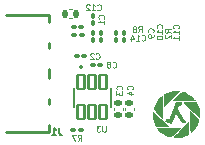
<source format=gbo>
G04 #@! TF.GenerationSoftware,KiCad,Pcbnew,8.0.9-8.0.9-0~ubuntu22.04.1*
G04 #@! TF.CreationDate,2025-06-17T17:41:39-06:00*
G04 #@! TF.ProjectId,dongle,646f6e67-6c65-42e6-9b69-6361645f7063,rev?*
G04 #@! TF.SameCoordinates,Original*
G04 #@! TF.FileFunction,Legend,Bot*
G04 #@! TF.FilePolarity,Positive*
%FSLAX46Y46*%
G04 Gerber Fmt 4.6, Leading zero omitted, Abs format (unit mm)*
G04 Created by KiCad (PCBNEW 8.0.9-8.0.9-0~ubuntu22.04.1) date 2025-06-17 17:41:39*
%MOMM*%
%LPD*%
G01*
G04 APERTURE LIST*
G04 Aperture macros list*
%AMRoundRect*
0 Rectangle with rounded corners*
0 $1 Rounding radius*
0 $2 $3 $4 $5 $6 $7 $8 $9 X,Y pos of 4 corners*
0 Add a 4 corners polygon primitive as box body*
4,1,4,$2,$3,$4,$5,$6,$7,$8,$9,$2,$3,0*
0 Add four circle primitives for the rounded corners*
1,1,$1+$1,$2,$3*
1,1,$1+$1,$4,$5*
1,1,$1+$1,$6,$7*
1,1,$1+$1,$8,$9*
0 Add four rect primitives between the rounded corners*
20,1,$1+$1,$2,$3,$4,$5,0*
20,1,$1+$1,$4,$5,$6,$7,0*
20,1,$1+$1,$6,$7,$8,$9,0*
20,1,$1+$1,$8,$9,$2,$3,0*%
G04 Aperture macros list end*
%ADD10C,0.150000*%
%ADD11C,0.125000*%
%ADD12C,0.254000*%
%ADD13C,0.120000*%
%ADD14C,0.127000*%
%ADD15C,0.200000*%
%ADD16C,0.000000*%
%ADD17R,2.000000X1.300000*%
%ADD18O,2.500000X1.200000*%
%ADD19RoundRect,0.100000X-0.130000X-0.100000X0.130000X-0.100000X0.130000X0.100000X-0.130000X0.100000X0*%
%ADD20RoundRect,0.100000X0.100000X-0.130000X0.100000X0.130000X-0.100000X0.130000X-0.100000X-0.130000X0*%
%ADD21RoundRect,0.140000X-0.140000X-0.170000X0.140000X-0.170000X0.140000X0.170000X-0.140000X0.170000X0*%
%ADD22RoundRect,0.100000X0.130000X0.100000X-0.130000X0.100000X-0.130000X-0.100000X0.130000X-0.100000X0*%
%ADD23RoundRect,0.140000X0.170000X-0.140000X0.170000X0.140000X-0.170000X0.140000X-0.170000X-0.140000X0*%
%ADD24RoundRect,0.099250X-0.297750X0.607750X-0.297750X-0.607750X0.297750X-0.607750X0.297750X0.607750X0*%
G04 APERTURE END LIST*
D10*
X144800000Y-99444771D02*
X144800000Y-99873342D01*
X144800000Y-99873342D02*
X144828571Y-99959057D01*
X144828571Y-99959057D02*
X144885714Y-100016200D01*
X144885714Y-100016200D02*
X144971428Y-100044771D01*
X144971428Y-100044771D02*
X145028571Y-100044771D01*
X144200000Y-100044771D02*
X144542857Y-100044771D01*
X144371428Y-100044771D02*
X144371428Y-99444771D01*
X144371428Y-99444771D02*
X144428571Y-99530485D01*
X144428571Y-99530485D02*
X144485714Y-99587628D01*
X144485714Y-99587628D02*
X144542857Y-99616200D01*
D11*
X147888333Y-93577197D02*
X147912142Y-93601007D01*
X147912142Y-93601007D02*
X147983571Y-93624816D01*
X147983571Y-93624816D02*
X148031190Y-93624816D01*
X148031190Y-93624816D02*
X148102618Y-93601007D01*
X148102618Y-93601007D02*
X148150237Y-93553387D01*
X148150237Y-93553387D02*
X148174047Y-93505768D01*
X148174047Y-93505768D02*
X148197856Y-93410530D01*
X148197856Y-93410530D02*
X148197856Y-93339102D01*
X148197856Y-93339102D02*
X148174047Y-93243864D01*
X148174047Y-93243864D02*
X148150237Y-93196245D01*
X148150237Y-93196245D02*
X148102618Y-93148626D01*
X148102618Y-93148626D02*
X148031190Y-93124816D01*
X148031190Y-93124816D02*
X147983571Y-93124816D01*
X147983571Y-93124816D02*
X147912142Y-93148626D01*
X147912142Y-93148626D02*
X147888333Y-93172435D01*
X147697856Y-93172435D02*
X147674047Y-93148626D01*
X147674047Y-93148626D02*
X147626428Y-93124816D01*
X147626428Y-93124816D02*
X147507380Y-93124816D01*
X147507380Y-93124816D02*
X147459761Y-93148626D01*
X147459761Y-93148626D02*
X147435952Y-93172435D01*
X147435952Y-93172435D02*
X147412142Y-93220054D01*
X147412142Y-93220054D02*
X147412142Y-93267673D01*
X147412142Y-93267673D02*
X147435952Y-93339102D01*
X147435952Y-93339102D02*
X147721666Y-93624816D01*
X147721666Y-93624816D02*
X147412142Y-93624816D01*
X149308333Y-94302190D02*
X149332142Y-94326000D01*
X149332142Y-94326000D02*
X149403571Y-94349809D01*
X149403571Y-94349809D02*
X149451190Y-94349809D01*
X149451190Y-94349809D02*
X149522618Y-94326000D01*
X149522618Y-94326000D02*
X149570237Y-94278380D01*
X149570237Y-94278380D02*
X149594047Y-94230761D01*
X149594047Y-94230761D02*
X149617856Y-94135523D01*
X149617856Y-94135523D02*
X149617856Y-94064095D01*
X149617856Y-94064095D02*
X149594047Y-93968857D01*
X149594047Y-93968857D02*
X149570237Y-93921238D01*
X149570237Y-93921238D02*
X149522618Y-93873619D01*
X149522618Y-93873619D02*
X149451190Y-93849809D01*
X149451190Y-93849809D02*
X149403571Y-93849809D01*
X149403571Y-93849809D02*
X149332142Y-93873619D01*
X149332142Y-93873619D02*
X149308333Y-93897428D01*
X149022618Y-94064095D02*
X149070237Y-94040285D01*
X149070237Y-94040285D02*
X149094047Y-94016476D01*
X149094047Y-94016476D02*
X149117856Y-93968857D01*
X149117856Y-93968857D02*
X149117856Y-93945047D01*
X149117856Y-93945047D02*
X149094047Y-93897428D01*
X149094047Y-93897428D02*
X149070237Y-93873619D01*
X149070237Y-93873619D02*
X149022618Y-93849809D01*
X149022618Y-93849809D02*
X148927380Y-93849809D01*
X148927380Y-93849809D02*
X148879761Y-93873619D01*
X148879761Y-93873619D02*
X148855952Y-93897428D01*
X148855952Y-93897428D02*
X148832142Y-93945047D01*
X148832142Y-93945047D02*
X148832142Y-93968857D01*
X148832142Y-93968857D02*
X148855952Y-94016476D01*
X148855952Y-94016476D02*
X148879761Y-94040285D01*
X148879761Y-94040285D02*
X148927380Y-94064095D01*
X148927380Y-94064095D02*
X149022618Y-94064095D01*
X149022618Y-94064095D02*
X149070237Y-94087904D01*
X149070237Y-94087904D02*
X149094047Y-94111714D01*
X149094047Y-94111714D02*
X149117856Y-94159333D01*
X149117856Y-94159333D02*
X149117856Y-94254571D01*
X149117856Y-94254571D02*
X149094047Y-94302190D01*
X149094047Y-94302190D02*
X149070237Y-94326000D01*
X149070237Y-94326000D02*
X149022618Y-94349809D01*
X149022618Y-94349809D02*
X148927380Y-94349809D01*
X148927380Y-94349809D02*
X148879761Y-94326000D01*
X148879761Y-94326000D02*
X148855952Y-94302190D01*
X148855952Y-94302190D02*
X148832142Y-94254571D01*
X148832142Y-94254571D02*
X148832142Y-94159333D01*
X148832142Y-94159333D02*
X148855952Y-94111714D01*
X148855952Y-94111714D02*
X148879761Y-94087904D01*
X148879761Y-94087904D02*
X148927380Y-94064095D01*
X154877190Y-91028571D02*
X154901000Y-91004762D01*
X154901000Y-91004762D02*
X154924809Y-90933333D01*
X154924809Y-90933333D02*
X154924809Y-90885714D01*
X154924809Y-90885714D02*
X154901000Y-90814286D01*
X154901000Y-90814286D02*
X154853380Y-90766667D01*
X154853380Y-90766667D02*
X154805761Y-90742857D01*
X154805761Y-90742857D02*
X154710523Y-90719048D01*
X154710523Y-90719048D02*
X154639095Y-90719048D01*
X154639095Y-90719048D02*
X154543857Y-90742857D01*
X154543857Y-90742857D02*
X154496238Y-90766667D01*
X154496238Y-90766667D02*
X154448619Y-90814286D01*
X154448619Y-90814286D02*
X154424809Y-90885714D01*
X154424809Y-90885714D02*
X154424809Y-90933333D01*
X154424809Y-90933333D02*
X154448619Y-91004762D01*
X154448619Y-91004762D02*
X154472428Y-91028571D01*
X154924809Y-91504762D02*
X154924809Y-91219048D01*
X154924809Y-91361905D02*
X154424809Y-91361905D01*
X154424809Y-91361905D02*
X154496238Y-91314286D01*
X154496238Y-91314286D02*
X154543857Y-91266667D01*
X154543857Y-91266667D02*
X154567666Y-91219048D01*
X154924809Y-91980952D02*
X154924809Y-91695238D01*
X154924809Y-91838095D02*
X154424809Y-91838095D01*
X154424809Y-91838095D02*
X154496238Y-91790476D01*
X154496238Y-91790476D02*
X154543857Y-91742857D01*
X154543857Y-91742857D02*
X154567666Y-91695238D01*
X152727190Y-91341666D02*
X152751000Y-91317857D01*
X152751000Y-91317857D02*
X152774809Y-91246428D01*
X152774809Y-91246428D02*
X152774809Y-91198809D01*
X152774809Y-91198809D02*
X152751000Y-91127381D01*
X152751000Y-91127381D02*
X152703380Y-91079762D01*
X152703380Y-91079762D02*
X152655761Y-91055952D01*
X152655761Y-91055952D02*
X152560523Y-91032143D01*
X152560523Y-91032143D02*
X152489095Y-91032143D01*
X152489095Y-91032143D02*
X152393857Y-91055952D01*
X152393857Y-91055952D02*
X152346238Y-91079762D01*
X152346238Y-91079762D02*
X152298619Y-91127381D01*
X152298619Y-91127381D02*
X152274809Y-91198809D01*
X152274809Y-91198809D02*
X152274809Y-91246428D01*
X152274809Y-91246428D02*
X152298619Y-91317857D01*
X152298619Y-91317857D02*
X152322428Y-91341666D01*
X152774809Y-91579762D02*
X152774809Y-91675000D01*
X152774809Y-91675000D02*
X152751000Y-91722619D01*
X152751000Y-91722619D02*
X152727190Y-91746428D01*
X152727190Y-91746428D02*
X152655761Y-91794047D01*
X152655761Y-91794047D02*
X152560523Y-91817857D01*
X152560523Y-91817857D02*
X152370047Y-91817857D01*
X152370047Y-91817857D02*
X152322428Y-91794047D01*
X152322428Y-91794047D02*
X152298619Y-91770238D01*
X152298619Y-91770238D02*
X152274809Y-91722619D01*
X152274809Y-91722619D02*
X152274809Y-91627381D01*
X152274809Y-91627381D02*
X152298619Y-91579762D01*
X152298619Y-91579762D02*
X152322428Y-91555952D01*
X152322428Y-91555952D02*
X152370047Y-91532143D01*
X152370047Y-91532143D02*
X152489095Y-91532143D01*
X152489095Y-91532143D02*
X152536714Y-91555952D01*
X152536714Y-91555952D02*
X152560523Y-91579762D01*
X152560523Y-91579762D02*
X152584333Y-91627381D01*
X152584333Y-91627381D02*
X152584333Y-91722619D01*
X152584333Y-91722619D02*
X152560523Y-91770238D01*
X152560523Y-91770238D02*
X152536714Y-91794047D01*
X152536714Y-91794047D02*
X152489095Y-91817857D01*
X148021428Y-89452190D02*
X148045237Y-89476000D01*
X148045237Y-89476000D02*
X148116666Y-89499809D01*
X148116666Y-89499809D02*
X148164285Y-89499809D01*
X148164285Y-89499809D02*
X148235713Y-89476000D01*
X148235713Y-89476000D02*
X148283332Y-89428380D01*
X148283332Y-89428380D02*
X148307142Y-89380761D01*
X148307142Y-89380761D02*
X148330951Y-89285523D01*
X148330951Y-89285523D02*
X148330951Y-89214095D01*
X148330951Y-89214095D02*
X148307142Y-89118857D01*
X148307142Y-89118857D02*
X148283332Y-89071238D01*
X148283332Y-89071238D02*
X148235713Y-89023619D01*
X148235713Y-89023619D02*
X148164285Y-88999809D01*
X148164285Y-88999809D02*
X148116666Y-88999809D01*
X148116666Y-88999809D02*
X148045237Y-89023619D01*
X148045237Y-89023619D02*
X148021428Y-89047428D01*
X147545237Y-89499809D02*
X147830951Y-89499809D01*
X147688094Y-89499809D02*
X147688094Y-88999809D01*
X147688094Y-88999809D02*
X147735713Y-89071238D01*
X147735713Y-89071238D02*
X147783332Y-89118857D01*
X147783332Y-89118857D02*
X147830951Y-89142666D01*
X147354761Y-89047428D02*
X147330952Y-89023619D01*
X147330952Y-89023619D02*
X147283333Y-88999809D01*
X147283333Y-88999809D02*
X147164285Y-88999809D01*
X147164285Y-88999809D02*
X147116666Y-89023619D01*
X147116666Y-89023619D02*
X147092857Y-89047428D01*
X147092857Y-89047428D02*
X147069047Y-89095047D01*
X147069047Y-89095047D02*
X147069047Y-89142666D01*
X147069047Y-89142666D02*
X147092857Y-89214095D01*
X147092857Y-89214095D02*
X147378571Y-89499809D01*
X147378571Y-89499809D02*
X147069047Y-89499809D01*
X153477190Y-91003571D02*
X153501000Y-90979762D01*
X153501000Y-90979762D02*
X153524809Y-90908333D01*
X153524809Y-90908333D02*
X153524809Y-90860714D01*
X153524809Y-90860714D02*
X153501000Y-90789286D01*
X153501000Y-90789286D02*
X153453380Y-90741667D01*
X153453380Y-90741667D02*
X153405761Y-90717857D01*
X153405761Y-90717857D02*
X153310523Y-90694048D01*
X153310523Y-90694048D02*
X153239095Y-90694048D01*
X153239095Y-90694048D02*
X153143857Y-90717857D01*
X153143857Y-90717857D02*
X153096238Y-90741667D01*
X153096238Y-90741667D02*
X153048619Y-90789286D01*
X153048619Y-90789286D02*
X153024809Y-90860714D01*
X153024809Y-90860714D02*
X153024809Y-90908333D01*
X153024809Y-90908333D02*
X153048619Y-90979762D01*
X153048619Y-90979762D02*
X153072428Y-91003571D01*
X153524809Y-91479762D02*
X153524809Y-91194048D01*
X153524809Y-91336905D02*
X153024809Y-91336905D01*
X153024809Y-91336905D02*
X153096238Y-91289286D01*
X153096238Y-91289286D02*
X153143857Y-91241667D01*
X153143857Y-91241667D02*
X153167666Y-91194048D01*
X153024809Y-91789285D02*
X153024809Y-91836904D01*
X153024809Y-91836904D02*
X153048619Y-91884523D01*
X153048619Y-91884523D02*
X153072428Y-91908333D01*
X153072428Y-91908333D02*
X153120047Y-91932142D01*
X153120047Y-91932142D02*
X153215285Y-91955952D01*
X153215285Y-91955952D02*
X153334333Y-91955952D01*
X153334333Y-91955952D02*
X153429571Y-91932142D01*
X153429571Y-91932142D02*
X153477190Y-91908333D01*
X153477190Y-91908333D02*
X153501000Y-91884523D01*
X153501000Y-91884523D02*
X153524809Y-91836904D01*
X153524809Y-91836904D02*
X153524809Y-91789285D01*
X153524809Y-91789285D02*
X153501000Y-91741666D01*
X153501000Y-91741666D02*
X153477190Y-91717857D01*
X153477190Y-91717857D02*
X153429571Y-91694047D01*
X153429571Y-91694047D02*
X153334333Y-91670238D01*
X153334333Y-91670238D02*
X153215285Y-91670238D01*
X153215285Y-91670238D02*
X153120047Y-91694047D01*
X153120047Y-91694047D02*
X153072428Y-91717857D01*
X153072428Y-91717857D02*
X153048619Y-91741666D01*
X153048619Y-91741666D02*
X153024809Y-91789285D01*
X151483333Y-91349809D02*
X151649999Y-91111714D01*
X151769047Y-91349809D02*
X151769047Y-90849809D01*
X151769047Y-90849809D02*
X151578571Y-90849809D01*
X151578571Y-90849809D02*
X151530952Y-90873619D01*
X151530952Y-90873619D02*
X151507142Y-90897428D01*
X151507142Y-90897428D02*
X151483333Y-90945047D01*
X151483333Y-90945047D02*
X151483333Y-91016476D01*
X151483333Y-91016476D02*
X151507142Y-91064095D01*
X151507142Y-91064095D02*
X151530952Y-91087904D01*
X151530952Y-91087904D02*
X151578571Y-91111714D01*
X151578571Y-91111714D02*
X151769047Y-91111714D01*
X151197618Y-91064095D02*
X151245237Y-91040285D01*
X151245237Y-91040285D02*
X151269047Y-91016476D01*
X151269047Y-91016476D02*
X151292856Y-90968857D01*
X151292856Y-90968857D02*
X151292856Y-90945047D01*
X151292856Y-90945047D02*
X151269047Y-90897428D01*
X151269047Y-90897428D02*
X151245237Y-90873619D01*
X151245237Y-90873619D02*
X151197618Y-90849809D01*
X151197618Y-90849809D02*
X151102380Y-90849809D01*
X151102380Y-90849809D02*
X151054761Y-90873619D01*
X151054761Y-90873619D02*
X151030952Y-90897428D01*
X151030952Y-90897428D02*
X151007142Y-90945047D01*
X151007142Y-90945047D02*
X151007142Y-90968857D01*
X151007142Y-90968857D02*
X151030952Y-91016476D01*
X151030952Y-91016476D02*
X151054761Y-91040285D01*
X151054761Y-91040285D02*
X151102380Y-91064095D01*
X151102380Y-91064095D02*
X151197618Y-91064095D01*
X151197618Y-91064095D02*
X151245237Y-91087904D01*
X151245237Y-91087904D02*
X151269047Y-91111714D01*
X151269047Y-91111714D02*
X151292856Y-91159333D01*
X151292856Y-91159333D02*
X151292856Y-91254571D01*
X151292856Y-91254571D02*
X151269047Y-91302190D01*
X151269047Y-91302190D02*
X151245237Y-91326000D01*
X151245237Y-91326000D02*
X151197618Y-91349809D01*
X151197618Y-91349809D02*
X151102380Y-91349809D01*
X151102380Y-91349809D02*
X151054761Y-91326000D01*
X151054761Y-91326000D02*
X151030952Y-91302190D01*
X151030952Y-91302190D02*
X151007142Y-91254571D01*
X151007142Y-91254571D02*
X151007142Y-91159333D01*
X151007142Y-91159333D02*
X151030952Y-91111714D01*
X151030952Y-91111714D02*
X151054761Y-91087904D01*
X151054761Y-91087904D02*
X151102380Y-91064095D01*
X150977190Y-96191666D02*
X151001000Y-96167857D01*
X151001000Y-96167857D02*
X151024809Y-96096428D01*
X151024809Y-96096428D02*
X151024809Y-96048809D01*
X151024809Y-96048809D02*
X151001000Y-95977381D01*
X151001000Y-95977381D02*
X150953380Y-95929762D01*
X150953380Y-95929762D02*
X150905761Y-95905952D01*
X150905761Y-95905952D02*
X150810523Y-95882143D01*
X150810523Y-95882143D02*
X150739095Y-95882143D01*
X150739095Y-95882143D02*
X150643857Y-95905952D01*
X150643857Y-95905952D02*
X150596238Y-95929762D01*
X150596238Y-95929762D02*
X150548619Y-95977381D01*
X150548619Y-95977381D02*
X150524809Y-96048809D01*
X150524809Y-96048809D02*
X150524809Y-96096428D01*
X150524809Y-96096428D02*
X150548619Y-96167857D01*
X150548619Y-96167857D02*
X150572428Y-96191666D01*
X150691476Y-96620238D02*
X151024809Y-96620238D01*
X150501000Y-96501190D02*
X150858142Y-96382143D01*
X150858142Y-96382143D02*
X150858142Y-96691666D01*
X154224809Y-91391666D02*
X153986714Y-91225000D01*
X154224809Y-91105952D02*
X153724809Y-91105952D01*
X153724809Y-91105952D02*
X153724809Y-91296428D01*
X153724809Y-91296428D02*
X153748619Y-91344047D01*
X153748619Y-91344047D02*
X153772428Y-91367857D01*
X153772428Y-91367857D02*
X153820047Y-91391666D01*
X153820047Y-91391666D02*
X153891476Y-91391666D01*
X153891476Y-91391666D02*
X153939095Y-91367857D01*
X153939095Y-91367857D02*
X153962904Y-91344047D01*
X153962904Y-91344047D02*
X153986714Y-91296428D01*
X153986714Y-91296428D02*
X153986714Y-91105952D01*
X153772428Y-91582143D02*
X153748619Y-91605952D01*
X153748619Y-91605952D02*
X153724809Y-91653571D01*
X153724809Y-91653571D02*
X153724809Y-91772619D01*
X153724809Y-91772619D02*
X153748619Y-91820238D01*
X153748619Y-91820238D02*
X153772428Y-91844047D01*
X153772428Y-91844047D02*
X153820047Y-91867857D01*
X153820047Y-91867857D02*
X153867666Y-91867857D01*
X153867666Y-91867857D02*
X153939095Y-91844047D01*
X153939095Y-91844047D02*
X154224809Y-91558333D01*
X154224809Y-91558333D02*
X154224809Y-91867857D01*
X146383333Y-100549809D02*
X146549999Y-100311714D01*
X146669047Y-100549809D02*
X146669047Y-100049809D01*
X146669047Y-100049809D02*
X146478571Y-100049809D01*
X146478571Y-100049809D02*
X146430952Y-100073619D01*
X146430952Y-100073619D02*
X146407142Y-100097428D01*
X146407142Y-100097428D02*
X146383333Y-100145047D01*
X146383333Y-100145047D02*
X146383333Y-100216476D01*
X146383333Y-100216476D02*
X146407142Y-100264095D01*
X146407142Y-100264095D02*
X146430952Y-100287904D01*
X146430952Y-100287904D02*
X146478571Y-100311714D01*
X146478571Y-100311714D02*
X146669047Y-100311714D01*
X146216666Y-100049809D02*
X145883333Y-100049809D01*
X145883333Y-100049809D02*
X146097618Y-100549809D01*
X148552190Y-90196670D02*
X148576000Y-90172861D01*
X148576000Y-90172861D02*
X148599809Y-90101432D01*
X148599809Y-90101432D02*
X148599809Y-90053813D01*
X148599809Y-90053813D02*
X148576000Y-89982385D01*
X148576000Y-89982385D02*
X148528380Y-89934766D01*
X148528380Y-89934766D02*
X148480761Y-89910956D01*
X148480761Y-89910956D02*
X148385523Y-89887147D01*
X148385523Y-89887147D02*
X148314095Y-89887147D01*
X148314095Y-89887147D02*
X148218857Y-89910956D01*
X148218857Y-89910956D02*
X148171238Y-89934766D01*
X148171238Y-89934766D02*
X148123619Y-89982385D01*
X148123619Y-89982385D02*
X148099809Y-90053813D01*
X148099809Y-90053813D02*
X148099809Y-90101432D01*
X148099809Y-90101432D02*
X148123619Y-90172861D01*
X148123619Y-90172861D02*
X148147428Y-90196670D01*
X148599809Y-90672861D02*
X148599809Y-90387147D01*
X148599809Y-90530004D02*
X148099809Y-90530004D01*
X148099809Y-90530004D02*
X148171238Y-90482385D01*
X148171238Y-90482385D02*
X148218857Y-90434766D01*
X148218857Y-90434766D02*
X148242666Y-90387147D01*
X148730952Y-99274809D02*
X148730952Y-99679571D01*
X148730952Y-99679571D02*
X148707142Y-99727190D01*
X148707142Y-99727190D02*
X148683333Y-99751000D01*
X148683333Y-99751000D02*
X148635714Y-99774809D01*
X148635714Y-99774809D02*
X148540476Y-99774809D01*
X148540476Y-99774809D02*
X148492857Y-99751000D01*
X148492857Y-99751000D02*
X148469047Y-99727190D01*
X148469047Y-99727190D02*
X148445238Y-99679571D01*
X148445238Y-99679571D02*
X148445238Y-99274809D01*
X148254761Y-99274809D02*
X147945237Y-99274809D01*
X147945237Y-99274809D02*
X148111904Y-99465285D01*
X148111904Y-99465285D02*
X148040475Y-99465285D01*
X148040475Y-99465285D02*
X147992856Y-99489095D01*
X147992856Y-99489095D02*
X147969047Y-99512904D01*
X147969047Y-99512904D02*
X147945237Y-99560523D01*
X147945237Y-99560523D02*
X147945237Y-99679571D01*
X147945237Y-99679571D02*
X147969047Y-99727190D01*
X147969047Y-99727190D02*
X147992856Y-99751000D01*
X147992856Y-99751000D02*
X148040475Y-99774809D01*
X148040475Y-99774809D02*
X148183332Y-99774809D01*
X148183332Y-99774809D02*
X148230951Y-99751000D01*
X148230951Y-99751000D02*
X148254761Y-99727190D01*
X151771428Y-92027190D02*
X151795237Y-92051000D01*
X151795237Y-92051000D02*
X151866666Y-92074809D01*
X151866666Y-92074809D02*
X151914285Y-92074809D01*
X151914285Y-92074809D02*
X151985713Y-92051000D01*
X151985713Y-92051000D02*
X152033332Y-92003380D01*
X152033332Y-92003380D02*
X152057142Y-91955761D01*
X152057142Y-91955761D02*
X152080951Y-91860523D01*
X152080951Y-91860523D02*
X152080951Y-91789095D01*
X152080951Y-91789095D02*
X152057142Y-91693857D01*
X152057142Y-91693857D02*
X152033332Y-91646238D01*
X152033332Y-91646238D02*
X151985713Y-91598619D01*
X151985713Y-91598619D02*
X151914285Y-91574809D01*
X151914285Y-91574809D02*
X151866666Y-91574809D01*
X151866666Y-91574809D02*
X151795237Y-91598619D01*
X151795237Y-91598619D02*
X151771428Y-91622428D01*
X151295237Y-92074809D02*
X151580951Y-92074809D01*
X151438094Y-92074809D02*
X151438094Y-91574809D01*
X151438094Y-91574809D02*
X151485713Y-91646238D01*
X151485713Y-91646238D02*
X151533332Y-91693857D01*
X151533332Y-91693857D02*
X151580951Y-91717666D01*
X150866666Y-91741476D02*
X150866666Y-92074809D01*
X150985714Y-91551000D02*
X151104761Y-91908142D01*
X151104761Y-91908142D02*
X150795238Y-91908142D01*
X150077190Y-96191666D02*
X150101000Y-96167857D01*
X150101000Y-96167857D02*
X150124809Y-96096428D01*
X150124809Y-96096428D02*
X150124809Y-96048809D01*
X150124809Y-96048809D02*
X150101000Y-95977381D01*
X150101000Y-95977381D02*
X150053380Y-95929762D01*
X150053380Y-95929762D02*
X150005761Y-95905952D01*
X150005761Y-95905952D02*
X149910523Y-95882143D01*
X149910523Y-95882143D02*
X149839095Y-95882143D01*
X149839095Y-95882143D02*
X149743857Y-95905952D01*
X149743857Y-95905952D02*
X149696238Y-95929762D01*
X149696238Y-95929762D02*
X149648619Y-95977381D01*
X149648619Y-95977381D02*
X149624809Y-96048809D01*
X149624809Y-96048809D02*
X149624809Y-96096428D01*
X149624809Y-96096428D02*
X149648619Y-96167857D01*
X149648619Y-96167857D02*
X149672428Y-96191666D01*
X149624809Y-96358333D02*
X149624809Y-96667857D01*
X149624809Y-96667857D02*
X149815285Y-96501190D01*
X149815285Y-96501190D02*
X149815285Y-96572619D01*
X149815285Y-96572619D02*
X149839095Y-96620238D01*
X149839095Y-96620238D02*
X149862904Y-96644047D01*
X149862904Y-96644047D02*
X149910523Y-96667857D01*
X149910523Y-96667857D02*
X150029571Y-96667857D01*
X150029571Y-96667857D02*
X150077190Y-96644047D01*
X150077190Y-96644047D02*
X150101000Y-96620238D01*
X150101000Y-96620238D02*
X150124809Y-96572619D01*
X150124809Y-96572619D02*
X150124809Y-96429762D01*
X150124809Y-96429762D02*
X150101000Y-96382143D01*
X150101000Y-96382143D02*
X150077190Y-96358333D01*
D12*
X140313500Y-99799994D02*
X143913501Y-99799996D01*
X143913497Y-92719000D02*
X143913501Y-92231001D01*
X143913497Y-99300000D02*
X143913496Y-99231001D01*
X143913498Y-89899995D02*
X140313497Y-89899996D01*
X143913501Y-95218998D02*
X143913499Y-94480998D01*
X143913501Y-97469000D02*
X143913503Y-96981000D01*
X143913501Y-99799996D02*
X143913496Y-99231001D01*
X143913504Y-90469002D02*
X143913498Y-89899995D01*
D13*
X145832831Y-90135003D02*
X145617162Y-90134995D01*
X145832838Y-89415005D02*
X145617169Y-89414997D01*
X150364998Y-97742167D02*
X150365002Y-97957838D01*
X151084998Y-97742162D02*
X151085002Y-97957833D01*
D14*
X146010004Y-96047499D02*
X146009998Y-97672500D01*
X149140002Y-96047500D02*
X149139996Y-97672501D01*
D15*
X146729998Y-94305000D02*
G75*
G02*
X146530000Y-94305000I-99999J0D01*
G01*
X146530000Y-94305000D02*
G75*
G02*
X146729998Y-94305000I99999J0D01*
G01*
D16*
G36*
X153444572Y-98704344D02*
G01*
X154144143Y-99405000D01*
X153593984Y-99405000D01*
X153043825Y-99405000D01*
X152963520Y-99275000D01*
X152912015Y-99181613D01*
X152809958Y-98913364D01*
X152747959Y-98613223D01*
X152733194Y-98311224D01*
X152745000Y-98003689D01*
X153444572Y-98704344D01*
G37*
G36*
X154665182Y-99884817D02*
G01*
X154650461Y-99899605D01*
X154493849Y-100056709D01*
X154378472Y-100164271D01*
X154288469Y-100227088D01*
X154207980Y-100249956D01*
X154121145Y-100237673D01*
X154012106Y-100195036D01*
X153865000Y-100126841D01*
X153709268Y-100046158D01*
X153421283Y-99847429D01*
X153185498Y-99615000D01*
X153077889Y-99485000D01*
X154070694Y-99485000D01*
X155063500Y-99485000D01*
X154665182Y-99884817D01*
G37*
G36*
X154365000Y-97025000D02*
G01*
X154214533Y-97175407D01*
X154036286Y-97352893D01*
X153883510Y-97504233D01*
X153763947Y-97621789D01*
X153685339Y-97697924D01*
X153655429Y-97725000D01*
X153654151Y-97720827D01*
X153650553Y-97660241D01*
X153647649Y-97538730D01*
X153645708Y-97370676D01*
X153645000Y-97170462D01*
X153645000Y-96615925D01*
X153875000Y-96512815D01*
X153947668Y-96481281D01*
X154208046Y-96390354D01*
X154467584Y-96341267D01*
X154764572Y-96325977D01*
X155064143Y-96325000D01*
X154365000Y-97025000D01*
G37*
G36*
X155765001Y-99474628D02*
G01*
X155765001Y-100043374D01*
X155604974Y-100125013D01*
X155548766Y-100151455D01*
X155392732Y-100212991D01*
X155234974Y-100263194D01*
X155144944Y-100282252D01*
X154998638Y-100301992D01*
X154835993Y-100315621D01*
X154676157Y-100322416D01*
X154538281Y-100321653D01*
X154441512Y-100312608D01*
X154405000Y-100294558D01*
X154417783Y-100275920D01*
X154479213Y-100206655D01*
X154584438Y-100094803D01*
X154725670Y-99948492D01*
X154895120Y-99775848D01*
X155085000Y-99585000D01*
X155765001Y-98905882D01*
X155765001Y-99474628D01*
G37*
G36*
X156284818Y-98384818D02*
G01*
X156429425Y-98531151D01*
X156549941Y-98660781D01*
X156624061Y-98753496D01*
X156658832Y-98818268D01*
X156661302Y-98864067D01*
X156630597Y-98956985D01*
X156512927Y-99214580D01*
X156356185Y-99469116D01*
X156180309Y-99686504D01*
X156145525Y-99722563D01*
X156041002Y-99825812D01*
X155960414Y-99897899D01*
X155918912Y-99925000D01*
X155912057Y-99904966D01*
X155903332Y-99815949D01*
X155895883Y-99665640D01*
X155890091Y-99464918D01*
X155886337Y-99224662D01*
X155885000Y-98955750D01*
X155885000Y-97986500D01*
X156284818Y-98384818D01*
G37*
G36*
X153532042Y-96731081D02*
G01*
X153543137Y-96799197D01*
X153552269Y-96936981D01*
X153559149Y-97137024D01*
X153563490Y-97391916D01*
X153565000Y-97694249D01*
X153565000Y-98663499D01*
X153165183Y-98265181D01*
X153138396Y-98238537D01*
X152984037Y-98084672D01*
X152879114Y-97970656D01*
X152819357Y-97880008D01*
X152800495Y-97796244D01*
X152818259Y-97702884D01*
X152868376Y-97583445D01*
X152946578Y-97421446D01*
X152958921Y-97396689D01*
X153041986Y-97255311D01*
X153146749Y-97105270D01*
X153260431Y-96961891D01*
X153370255Y-96840502D01*
X153463442Y-96756430D01*
X153527215Y-96724999D01*
X153532042Y-96731081D01*
G37*
G36*
X155332759Y-96413674D02*
G01*
X155444828Y-96457510D01*
X155596505Y-96527118D01*
X155675096Y-96568625D01*
X155809624Y-96655392D01*
X155954165Y-96761944D01*
X156093346Y-96875534D01*
X156211794Y-96983418D01*
X156294137Y-97072852D01*
X156325000Y-97131088D01*
X156304967Y-97137943D01*
X156215950Y-97146668D01*
X156065641Y-97154117D01*
X155864919Y-97159909D01*
X155624663Y-97163663D01*
X155355751Y-97165000D01*
X154386501Y-97165000D01*
X154784819Y-96765182D01*
X154803827Y-96746082D01*
X154959016Y-96590337D01*
X155073426Y-96483938D01*
X155163136Y-96422172D01*
X155244221Y-96400322D01*
X155332759Y-96413674D01*
G37*
G36*
X155914263Y-97245010D02*
G01*
X156116840Y-97245911D01*
X156256405Y-97249897D01*
X156347075Y-97259247D01*
X156402966Y-97276237D01*
X156438194Y-97303145D01*
X156466876Y-97342248D01*
X156575445Y-97550454D01*
X156669802Y-97871101D01*
X156715548Y-98255000D01*
X156719752Y-98362800D01*
X156720216Y-98508187D01*
X156713675Y-98607949D01*
X156700777Y-98645000D01*
X156675943Y-98628202D01*
X156601845Y-98562923D01*
X156489139Y-98457370D01*
X156347446Y-98321120D01*
X156186388Y-98163752D01*
X156015587Y-97994844D01*
X155844665Y-97823974D01*
X155683244Y-97660721D01*
X155540945Y-97514663D01*
X155427390Y-97395378D01*
X155352202Y-97312444D01*
X155325000Y-97275441D01*
X155327776Y-97272351D01*
X155384137Y-97261620D01*
X155502031Y-97252936D01*
X155666874Y-97247121D01*
X155864078Y-97244999D01*
X155914263Y-97245010D01*
G37*
G36*
X155165000Y-97423172D02*
G01*
X155164988Y-97432074D01*
X155157645Y-97522128D01*
X155121404Y-97558334D01*
X155033770Y-97565000D01*
X154979511Y-97567616D01*
X154904994Y-97598868D01*
X154857572Y-97684132D01*
X154845157Y-97723770D01*
X154842051Y-97771365D01*
X154856265Y-97830559D01*
X154892924Y-97912532D01*
X154957151Y-98028466D01*
X155054069Y-98189539D01*
X155188802Y-98406933D01*
X155297096Y-98581438D01*
X155404160Y-98755625D01*
X155489007Y-98895522D01*
X155544875Y-98989967D01*
X155565000Y-99027800D01*
X155554269Y-99033400D01*
X155485799Y-99041123D01*
X155375000Y-99043495D01*
X155185000Y-99041991D01*
X154946118Y-98660366D01*
X154860284Y-98524850D01*
X154774722Y-98393435D01*
X154712037Y-98301366D01*
X154681789Y-98263015D01*
X154658944Y-98290994D01*
X154614717Y-98380139D01*
X154555643Y-98516525D01*
X154488132Y-98686144D01*
X154421805Y-98853314D01*
X154361347Y-98994452D01*
X154315278Y-99089913D01*
X154290228Y-99125000D01*
X154244707Y-99114480D01*
X154144233Y-99084291D01*
X154012767Y-99041327D01*
X153972290Y-99027417D01*
X153845816Y-98975315D01*
X153783062Y-98922247D01*
X153772637Y-98852376D01*
X153803151Y-98749865D01*
X153829743Y-98693702D01*
X153876354Y-98667823D01*
X153965247Y-98685070D01*
X153984982Y-98690468D01*
X154071059Y-98700239D01*
X154109409Y-98667936D01*
X154124554Y-98628795D01*
X154165206Y-98524034D01*
X154225474Y-98368858D01*
X154300226Y-98176483D01*
X154384327Y-97960127D01*
X154639030Y-97305000D01*
X154902015Y-97293172D01*
X155165000Y-97281344D01*
X155165000Y-97423172D01*
G37*
D13*
X149439998Y-97742167D02*
X149440002Y-97957838D01*
X150159998Y-97742162D02*
X150160002Y-97957833D01*
%LPC*%
D17*
X144463501Y-98349999D03*
X144463502Y-96099999D03*
X144463500Y-93599998D03*
X144463499Y-91349999D03*
D18*
X142163495Y-97199998D03*
X142163504Y-92499997D03*
D19*
X146255002Y-93400003D03*
X146894998Y-93399997D03*
X147605002Y-94125003D03*
X148244998Y-94124997D03*
D20*
X150299998Y-92020000D03*
X150300002Y-91380000D03*
X147649998Y-92020000D03*
X147650002Y-91380000D03*
D21*
X145245001Y-89774999D03*
X146204999Y-89775001D03*
D20*
X148349998Y-92020000D03*
X148350002Y-91380000D03*
D22*
X146670000Y-90900000D03*
X146030000Y-90900000D03*
D23*
X150725000Y-98329999D03*
X150725000Y-97370001D03*
D20*
X149599997Y-92020000D03*
X149600003Y-91380000D03*
D22*
X146620000Y-99625000D03*
X145980000Y-99625000D03*
D20*
X147650000Y-90600000D03*
X147650004Y-89960000D03*
D24*
X146624999Y-95605004D03*
X147575004Y-95605001D03*
X148525000Y-95604996D03*
X148525001Y-98114996D03*
X147574996Y-98114999D03*
X146625000Y-98115004D03*
D19*
X146035004Y-91600006D03*
X146675000Y-91600000D03*
D23*
X149800001Y-98329999D03*
X149799999Y-97370001D03*
%LPD*%
M02*

</source>
